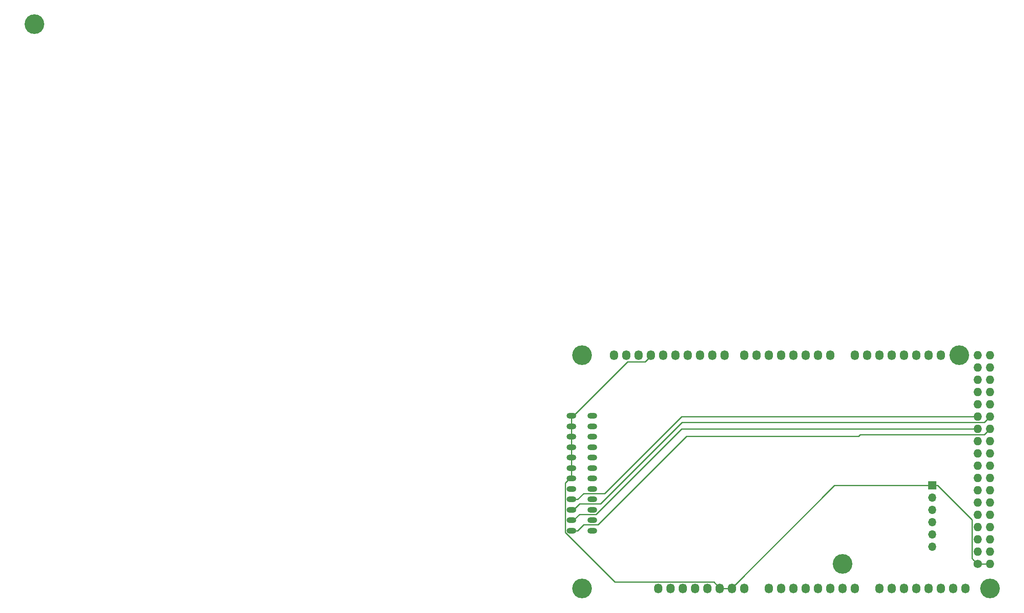
<source format=gbr>
G04 #@! TF.GenerationSoftware,KiCad,Pcbnew,(5.1.2)-1*
G04 #@! TF.CreationDate,2019-09-24T21:04:57+01:00*
G04 #@! TF.ProjectId,PET_IEEE,5045545f-4945-4454-952e-6b696361645f,rev?*
G04 #@! TF.SameCoordinates,Original*
G04 #@! TF.FileFunction,Copper,L2,Bot*
G04 #@! TF.FilePolarity,Positive*
%FSLAX46Y46*%
G04 Gerber Fmt 4.6, Leading zero omitted, Abs format (unit mm)*
G04 Created by KiCad (PCBNEW (5.1.2)-1) date 2019-09-24 21:04:57*
%MOMM*%
%LPD*%
G04 APERTURE LIST*
%ADD10C,4.064000*%
%ADD11O,2.000000X1.200000*%
%ADD12O,1.700000X1.700000*%
%ADD13R,1.700000X1.700000*%
%ADD14C,1.727200*%
%ADD15O,1.727200X1.727200*%
%ADD16O,1.727200X2.032000*%
%ADD17C,0.250000*%
G04 APERTURE END LIST*
D10*
X2361001Y-2361001D03*
D11*
X117715000Y-83370000D03*
X113425000Y-83370000D03*
X117715000Y-85530000D03*
X113425000Y-85530000D03*
X117715000Y-87690000D03*
X113425000Y-87690000D03*
X117715000Y-89850000D03*
X113425000Y-89850000D03*
X117715000Y-92010000D03*
X113425000Y-92010000D03*
X117715000Y-94170000D03*
X113425000Y-94170000D03*
X117715000Y-96330000D03*
X113425000Y-96330000D03*
X117715000Y-98490000D03*
X113425000Y-98490000D03*
X117715000Y-100650000D03*
X113425000Y-100650000D03*
X117715000Y-102810000D03*
X113425000Y-102810000D03*
X117715000Y-104970000D03*
X113425000Y-104970000D03*
X117715000Y-107130000D03*
X113425000Y-107130000D03*
D12*
X187960000Y-110490000D03*
X187960000Y-107950000D03*
X187960000Y-105410000D03*
X187960000Y-102870000D03*
X187960000Y-100330000D03*
D13*
X187960000Y-97790000D03*
D14*
X197358000Y-114046000D03*
D15*
X199898000Y-114046000D03*
X197358000Y-111506000D03*
X199898000Y-111506000D03*
X197358000Y-108966000D03*
X199898000Y-108966000D03*
X197358000Y-106426000D03*
X199898000Y-106426000D03*
X197358000Y-103886000D03*
X199898000Y-103886000D03*
X197358000Y-101346000D03*
X199898000Y-101346000D03*
X197358000Y-98806000D03*
X199898000Y-98806000D03*
X197358000Y-96266000D03*
X199898000Y-96266000D03*
X197358000Y-93726000D03*
X199898000Y-93726000D03*
X197358000Y-91186000D03*
X199898000Y-91186000D03*
X197358000Y-88646000D03*
X199898000Y-88646000D03*
X197358000Y-86106000D03*
X199898000Y-86106000D03*
X197358000Y-83566000D03*
X199898000Y-83566000D03*
X197358000Y-81026000D03*
X199898000Y-81026000D03*
X197358000Y-78486000D03*
X199898000Y-78486000D03*
X197358000Y-75946000D03*
X199898000Y-75946000D03*
X197358000Y-73406000D03*
X199898000Y-73406000D03*
X197358000Y-70866000D03*
X199898000Y-70866000D03*
D16*
X131318000Y-119126000D03*
X133858000Y-119126000D03*
X136398000Y-119126000D03*
X138938000Y-119126000D03*
X141478000Y-119126000D03*
X144018000Y-119126000D03*
X146558000Y-119126000D03*
X149098000Y-119126000D03*
X154178000Y-119126000D03*
X156718000Y-119126000D03*
X159258000Y-119126000D03*
X161798000Y-119126000D03*
X164338000Y-119126000D03*
X166878000Y-119126000D03*
X169418000Y-119126000D03*
X171958000Y-119126000D03*
X177038000Y-119126000D03*
X179578000Y-119126000D03*
X182118000Y-119126000D03*
X184658000Y-119126000D03*
X187198000Y-119126000D03*
X189738000Y-119126000D03*
X192278000Y-119126000D03*
X194818000Y-119126000D03*
X122174000Y-70866000D03*
X124714000Y-70866000D03*
X127254000Y-70866000D03*
X129794000Y-70866000D03*
X132334000Y-70866000D03*
X134874000Y-70866000D03*
X137414000Y-70866000D03*
X139954000Y-70866000D03*
X142494000Y-70866000D03*
X145034000Y-70866000D03*
X149098000Y-70866000D03*
X151638000Y-70866000D03*
X154178000Y-70866000D03*
X156718000Y-70866000D03*
X159258000Y-70866000D03*
X161798000Y-70866000D03*
X164338000Y-70866000D03*
X166878000Y-70866000D03*
X171958000Y-70866000D03*
X174498000Y-70866000D03*
X177038000Y-70866000D03*
X179578000Y-70866000D03*
X182118000Y-70866000D03*
X184658000Y-70866000D03*
X187198000Y-70866000D03*
X189738000Y-70866000D03*
D10*
X115570000Y-119126000D03*
X169418000Y-114046000D03*
X199898000Y-119126000D03*
X115570000Y-70866000D03*
X193548000Y-70866000D03*
D17*
X113425000Y-85530000D02*
X113425000Y-87690000D01*
X113425000Y-87690000D02*
X113425000Y-89850000D01*
X113425000Y-89850000D02*
X113425000Y-92010000D01*
X113425000Y-92010000D02*
X113425000Y-94170000D01*
X113425000Y-94170000D02*
X113425000Y-96330000D01*
X142829390Y-117784990D02*
X144018000Y-118973600D01*
X122371829Y-117784990D02*
X142829390Y-117784990D01*
X112099990Y-107513151D02*
X122371829Y-117784990D01*
X144018000Y-118973600D02*
X144018000Y-119126000D01*
X113025000Y-96330000D02*
X112099990Y-97255010D01*
X112099990Y-97255010D02*
X112099990Y-107513151D01*
X113425000Y-96330000D02*
X113025000Y-96330000D01*
X144018000Y-119126000D02*
X146558000Y-119126000D01*
X186860000Y-97790000D02*
X187960000Y-97790000D01*
X167741600Y-97790000D02*
X186860000Y-97790000D01*
X146558000Y-118973600D02*
X167741600Y-97790000D01*
X146558000Y-119126000D02*
X146558000Y-118973600D01*
X113425000Y-85530000D02*
X113425000Y-83370000D01*
X129794000Y-71018400D02*
X129794000Y-70866000D01*
X128605390Y-72207010D02*
X129794000Y-71018400D01*
X124987990Y-72207010D02*
X128605390Y-72207010D01*
X113825000Y-83370000D02*
X124987990Y-72207010D01*
X113425000Y-83370000D02*
X113825000Y-83370000D01*
X196494401Y-113182401D02*
X197358000Y-114046000D01*
X196169399Y-112857399D02*
X196494401Y-113182401D01*
X196169399Y-104899399D02*
X196169399Y-112857399D01*
X189060000Y-97790000D02*
X196169399Y-104899399D01*
X187960000Y-97790000D02*
X189060000Y-97790000D01*
X197358000Y-114046000D02*
X199898000Y-114046000D01*
X136144000Y-86106000D02*
X197358000Y-86106000D01*
X118514990Y-103735010D02*
X136144000Y-86106000D01*
X115059990Y-103735010D02*
X118514990Y-103735010D01*
X113425000Y-104970000D02*
X113825000Y-104970000D01*
X113825000Y-104970000D02*
X115059990Y-103735010D01*
X115909990Y-105895010D02*
X118894990Y-105895010D01*
X113425000Y-107130000D02*
X114675000Y-107130000D01*
X114675000Y-107130000D02*
X115909990Y-105895010D01*
X118894990Y-105895010D02*
X137160000Y-87630000D01*
X199034401Y-86969599D02*
X199898000Y-86106000D01*
X198709399Y-87294601D02*
X199034401Y-86969599D01*
X173055399Y-87294601D02*
X198709399Y-87294601D01*
X172720000Y-87630000D02*
X173055399Y-87294601D01*
X137160000Y-87630000D02*
X172720000Y-87630000D01*
X115909990Y-99415010D02*
X120294990Y-99415010D01*
X113425000Y-100650000D02*
X114675000Y-100650000D01*
X114675000Y-100650000D02*
X115909990Y-99415010D01*
X136144000Y-83566000D02*
X197358000Y-83566000D01*
X120294990Y-99415010D02*
X136144000Y-83566000D01*
X115081829Y-101575010D02*
X119404990Y-101575010D01*
X113425000Y-102810000D02*
X113846839Y-102810000D01*
X113846839Y-102810000D02*
X115081829Y-101575010D01*
X199034401Y-84429599D02*
X199898000Y-83566000D01*
X198709399Y-84754601D02*
X199034401Y-84429599D01*
X136225399Y-84754601D02*
X198709399Y-84754601D01*
X119404990Y-101575010D02*
X136225399Y-84754601D01*
M02*

</source>
